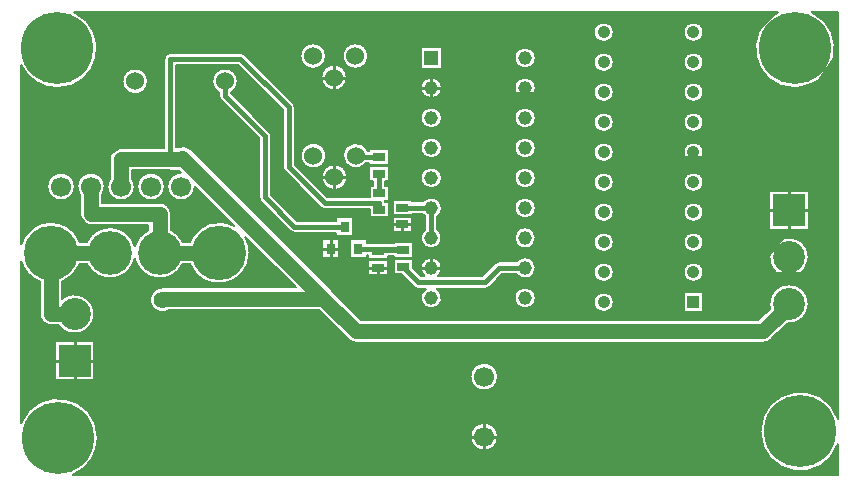
<source format=gbl>
G04 EasyPC Gerber Version 21.0.3 Build 4286 *
G04 #@! TF.Part,Single*
G04 #@! TF.FileFunction,Copper,L2,Bot *
G04 #@! TF.FilePolarity,Positive *
%FSLAX45Y45*%
%MOIN*%
G04 #@! TA.AperFunction,SMDPad*
%ADD14R,0.03937X0.02559*%
%ADD17R,0.03157X0.03827*%
G04 #@! TA.AperFunction,ComponentPad*
%ADD71R,0.04134X0.04134*%
%ADD19R,0.04563X0.04563*%
%ADD15R,0.10630X0.10630*%
G04 #@! TD.AperFunction*
%ADD10C,0.00500*%
%ADD11C,0.01000*%
%ADD25C,0.01500*%
G04 #@! TA.AperFunction,ComponentPad*
%ADD20C,0.04134*%
%ADD70C,0.04563*%
G04 #@! TD.AperFunction*
%ADD24C,0.05000*%
G04 #@! TA.AperFunction,ViaPad*
%ADD23C,0.05600*%
G04 #@! TA.AperFunction,ComponentPad*
%ADD18C,0.06000*%
%ADD13C,0.06693*%
%ADD16C,0.10630*%
%ADD22C,0.14567*%
%ADD21C,0.18110*%
G04 #@! TA.AperFunction,WasherPad*
%ADD12C,0.24016*%
X0Y0D02*
D02*
D10*
X286889Y171525D02*
X278152D01*
G75*
G02X272570Y146241I-5581J-12026*
G01*
G75*
G02X266989Y171525J13258*
G01*
X32289*
G75*
G02X26708Y146241I-5581J-12026*
G01*
G75*
G02X14661Y153964J13258*
G01*
Y94278*
G75*
G02X34142Y95106I9882J-2922*
G01*
X36563*
G75*
G02X52511Y93411I7665J-3750*
G01*
G75*
G02X57043Y99022I8283J-2054*
G01*
Y100586*
X37925*
G75*
G02X34175Y104336J3750*
G01*
Y110789*
G75*
G02X33328Y113446I3750J2658*
G01*
G75*
G02X42521I4596*
G01*
G75*
G02X41675Y110789I-4596*
G01*
Y108086*
X60793*
G75*
G02X64543Y104336J-3750*
G01*
Y99022*
G75*
G02X68459Y95106I-3750J-7665*
G01*
X70880*
G75*
G02X85658Y100265I9599J-3750*
G01*
X72521Y113402*
G75*
G02X63328Y113446I-4596J44*
G01*
G75*
G02X67880Y118043I4596*
G01*
X67148Y118774*
X64399*
G75*
G02X63301Y118932J3907*
G01*
X51675*
Y116104*
G75*
G02X52521Y113446I-3750J-2658*
G01*
G75*
G02X43328I-4596*
G01*
G75*
G02X44175Y116104I4596*
G01*
Y122682*
G75*
G02X47925Y126432I3750*
G01*
X62399*
Y156004*
G75*
G02X64399Y158004I2000*
G01*
X87737*
G75*
G02X89153Y157417J-2000*
G01*
X105249Y141320*
G75*
G02X105837Y139905I-1413J-1416*
G01*
Y120765*
X116646Y109955*
X130820*
Y113733*
X131757*
Y115230*
X130696*
Y120289*
X137133*
Y115230*
X136072*
Y113733*
X137257*
Y108674*
X135905*
G75*
G02X136026Y108182I-1866J-719*
G01*
X137257*
Y103123*
X130820*
Y105955*
X115818*
G75*
G02X114402Y106543J2000*
G01*
X102424Y118520*
G75*
G02X101837Y119936I1413J1416*
G01*
Y139076*
X86909Y154004*
X66399*
Y126589*
X66724*
G75*
G02X71156Y125819I1669J-3533*
G01*
X118144Y78831*
G75*
G02X118809Y77943I-2764J-2764*
G01*
X127855Y68897*
X260413*
X264207Y72691*
G75*
G02X264013Y74278I6370J1586*
G01*
G75*
G02X277143I6565*
G01*
G75*
G02X269874Y67751I-6565*
G01*
X264620Y62497*
G75*
G02X261966Y61397I-2654J2650*
G01*
X126305*
G75*
G02X123649Y62495I-4J3750*
G01*
X113828Y72318*
X64151*
G75*
G02X58364Y77870I-2498J3188*
G01*
G75*
G02X61653Y79818I3289J-1802*
G01*
X106105*
X89387Y96536*
G75*
G02X90783Y91356I-8909J-5179*
G01*
G75*
G02X70880Y87606I-10305*
G01*
X68459*
G75*
G02X52511Y89302I-7665J3750*
G01*
G75*
G02X36563Y87606I-8283J2054*
G01*
X34142*
G75*
G02X28293Y81758I-9598J3750*
G01*
Y76085*
G75*
G02X39014Y71004I4156J-5082*
G01*
G75*
G02X27061Y67254I-6565*
G01*
X24543*
G75*
G02X20793Y71004J3750*
G01*
Y81758*
G75*
G02X14661Y88435I3750J9598*
G01*
Y34719*
G75*
G02X40175Y29663I12256J-5056*
G01*
G75*
G02X31973Y17407I-13258J0*
G01*
X286889*
Y27615*
G75*
G02X261060Y31825I-12572J4210*
G01*
G75*
G02X286889Y36035I13258*
G01*
Y171525*
X264011Y112025D02*
X277141D01*
Y98895*
X264011*
Y112025*
X264013Y89869D02*
G75*
G02X277143I6565D01*
G01*
G75*
G02X264013I-6565*
G01*
X48394Y148516D02*
G75*
G02X56894I4250D01*
G01*
G75*
G02X48394I-4250*
G01*
X107707Y156933D02*
G75*
G02X116207I4250D01*
G01*
G75*
G02X107707I-4250*
G01*
X107832Y123736D02*
G75*
G02X116332I4250D01*
G01*
G75*
G02X107832I-4250*
G01*
X114813Y116574D02*
G75*
G02X123313I4250D01*
G01*
G75*
G02X114813I-4250*
G01*
X114688Y149772D02*
G75*
G02X123188I4250D01*
G01*
G75*
G02X114688I-4250*
G01*
X130696Y125840D02*
X137133D01*
Y120781*
X130696*
Y121310*
X129674*
G75*
G02X121935Y123736I-3490J2426*
G01*
G75*
G02X130132Y125310I4250*
G01*
X130696*
Y125840*
X121810Y156933D02*
G75*
G02X130310I4250D01*
G01*
G75*
G02X121810I-4250*
G01*
X138433Y103367D02*
X144870D01*
Y98308*
X138433*
Y103367*
X153361Y99228D02*
G75*
G02X151361Y92785I-2000J-2911D01*
G01*
G75*
G02X149361Y99228J3531*
G01*
Y103406*
G75*
G02X148511Y104231I2000J2911*
G01*
X144870*
Y103859*
X138433*
Y108919*
X144870*
Y108546*
X148622*
G75*
G02X154893Y106317I2739J-2229*
G01*
G75*
G02X153361Y103406I-3531*
G01*
Y99228*
X182613Y89848D02*
G75*
G02Y82785J-3531D01*
G01*
G75*
G02X179817Y84159J3531*
G01*
X174880*
X170771Y79984*
G75*
G02X169231Y79339I-1538J1513*
G01*
X153187*
G75*
G02X151361Y72785I-1826J-3022*
G01*
G75*
G02X149535Y79339J3531*
G01*
X147019*
G75*
G02X145491Y79974J2157*
G01*
X141258Y84206*
X138807*
Y89265*
X145244*
Y86323*
X147912Y83654*
X149041*
G75*
G02X151361Y89848I2320J2663*
G01*
G75*
G02X153681Y83654J-3531*
G01*
X168330*
X172438Y87830*
G75*
G02X173978Y88474I1538J-1513*
G01*
X179817*
G75*
G02X182613Y89848I2796J-2157*
G01*
X179081Y76317D02*
G75*
G02X186144I3531D01*
G01*
G75*
G02X179081I-3531*
G01*
X147830Y116317D02*
G75*
G02X154893I3531D01*
G01*
G75*
G02X147830I-3531*
G01*
Y126317D02*
G75*
G02X154893I3531D01*
G01*
G75*
G02X147830I-3531*
G01*
Y136317D02*
G75*
G02X154893I3531D01*
G01*
G75*
G02X147830I-3531*
G01*
Y146317D02*
G75*
G02X154893I3531D01*
G01*
G75*
G02X147830I-3531*
G01*
X147830Y159848D02*
X154893D01*
Y152785*
X147830*
Y159848*
X182613Y99848D02*
G75*
G02Y92785J-3531D01*
G01*
G75*
G02Y99848J3531*
G01*
X179081Y106317D02*
G75*
G02X186144I3531D01*
G01*
G75*
G02X179081I-3531*
G01*
Y116317D02*
G75*
G02X186144I3531D01*
G01*
G75*
G02X179081I-3531*
G01*
Y126317D02*
G75*
G02X186144I3531D01*
G01*
G75*
G02X179081I-3531*
G01*
Y136317D02*
G75*
G02X186144I3531D01*
G01*
G75*
G02X179081I-3531*
G01*
Y146317D02*
G75*
G02X186144I3531D01*
G01*
G75*
G02X179081I-3531*
G01*
Y156317D02*
G75*
G02X186144I3531D01*
G01*
G75*
G02X179081I-3531*
G01*
X205511Y74882D02*
G75*
G02X212144I3317D01*
G01*
G75*
G02X205511I-3317*
G01*
Y84882D02*
G75*
G02X212144I3317D01*
G01*
G75*
G02X205511I-3317*
G01*
Y94882D02*
G75*
G02X212144I3317D01*
G01*
G75*
G02X205511I-3317*
G01*
Y104882D02*
G75*
G02X212144I3317D01*
G01*
G75*
G02X205511I-3317*
G01*
Y114882D02*
G75*
G02X212144I3317D01*
G01*
G75*
G02X205511I-3317*
G01*
Y124882D02*
G75*
G02X212144I3317D01*
G01*
G75*
G02X205511I-3317*
G01*
Y134882D02*
G75*
G02X212144I3317D01*
G01*
G75*
G02X205511I-3317*
G01*
Y144882D02*
G75*
G02X212144I3317D01*
G01*
G75*
G02X205511I-3317*
G01*
Y154882D02*
G75*
G02X212144I3317D01*
G01*
G75*
G02X205511I-3317*
G01*
Y164882D02*
G75*
G02X212144I3317D01*
G01*
G75*
G02X205511I-3317*
G01*
X235432Y84882D02*
G75*
G02X242066I3317D01*
G01*
G75*
G02X235432I-3317*
G01*
X235433Y78198D02*
X242067D01*
Y71564*
X235433*
Y78198*
X235432Y94882D02*
G75*
G02X242066I3317D01*
G01*
G75*
G02X235432I-3317*
G01*
Y104882D02*
G75*
G02X242066I3317D01*
G01*
G75*
G02X235432I-3317*
G01*
Y114882D02*
G75*
G02X242066I3317D01*
G01*
G75*
G02X235432I-3317*
G01*
Y124882D02*
G75*
G02X242066I3317D01*
G01*
G75*
G02X235432I-3317*
G01*
Y134882D02*
G75*
G02X242066I3317D01*
G01*
G75*
G02X235432I-3317*
G01*
Y144882D02*
G75*
G02X242066I3317D01*
G01*
G75*
G02X235432I-3317*
G01*
Y154882D02*
G75*
G02X242066I3317D01*
G01*
G75*
G02X235432I-3317*
G01*
Y164882D02*
G75*
G02X242066I3317D01*
G01*
G75*
G02X235432I-3317*
G01*
X23328Y113446D02*
G75*
G02X32521I4596D01*
G01*
G75*
G02X23328I-4596*
G01*
X53328D02*
G75*
G02X62521I4596D01*
G01*
G75*
G02X53328I-4596*
G01*
X119602Y103257D02*
X125259D01*
Y96930*
X119602*
Y98093*
X105709*
G75*
G02X104293Y98680J2000*
G01*
X94561Y108411*
G75*
G02X93974Y109827I1413J1416*
G01*
Y129467*
X81152Y142288*
G75*
G02X80565Y143704I1413J1416*
G01*
Y144766*
G75*
G02X78315Y148516I2000J3750*
G01*
G75*
G02X86815I4250*
G01*
G75*
G02X84565Y144766I-4250*
G01*
Y144532*
X97387Y131711*
G75*
G02X97974Y130295I-1413J-1416*
G01*
Y110656*
X106537Y102093*
X119602*
Y103257*
X138807Y94816D02*
X145244D01*
Y89757*
X138807*
Y90286*
X136759*
Y89383*
X130322*
Y90650*
X129830*
Y89485*
X124173*
Y95812*
X129830*
Y94650*
X138807*
Y94816*
X130322Y88891D02*
X136759D01*
Y83832*
X130322*
Y88891*
X114941Y95812D02*
X120598D01*
Y89485*
X114941*
Y95812*
X164387Y30062D02*
G75*
G02X173580I4596D01*
G01*
G75*
G02X164387I-4596*
G01*
Y50062D02*
G75*
G02X173580I4596D01*
G01*
G75*
G02X164387I-4596*
G01*
X25885Y61978D02*
X39015D01*
Y48848*
X25885*
Y61978*
X261178Y30062D02*
G36*
X173580D01*
G75*
G02X164387I-4596*
G01*
X40169*
G75*
G02X40175Y29663I-13254J-396*
G01*
G75*
G02X32541Y17657I-13258*
G01*
X286639*
Y26931*
G75*
G02X261178Y30062I-12322J4894*
G01*
G37*
X286639Y36719D02*
G36*
Y50062D01*
X173580*
G75*
G02X164387I-4596*
G01*
X39015*
Y48848*
X25885*
Y50062*
X14911*
Y35286*
G75*
G02X40169Y30062I12006J-5624*
G01*
X164387*
G75*
G02X173580I4596*
G01*
X261178*
G75*
G02X261060Y31825I13140J1763*
G01*
Y31825*
Y31826*
G75*
G02X286639Y36719I13258*
G01*
G37*
X276818Y76317D02*
G36*
G75*
G02X277143Y74278I-6241J-2039D01*
G01*
G75*
G02X269874Y67751I-6565*
G01*
X264620Y62497*
G75*
G02X261966Y61397I-2653J2648*
G01*
X126305*
G75*
G02X123649Y62495I-4J3750*
G01*
X113828Y72318*
X64151*
G75*
G02X57603Y75506I-2498J3188*
G01*
G75*
G02X57685Y76317I4050J0*
G01*
X36305*
G75*
G02X39014Y71004I-3856J-5314*
G01*
G75*
G02X27061Y67254I-6565J0*
G01*
X24543*
G75*
G02X20793Y71004J3750*
G01*
Y76317*
X14911*
Y50062*
X25885*
Y61978*
X39015*
Y50062*
X164387*
G75*
G02X173580I4596*
G01*
X286639*
Y76317*
X276818*
G37*
X28594D02*
G36*
X28293D01*
Y76085*
G75*
G02X28594Y76317I4156J-5083*
G01*
G37*
X264337D02*
G36*
X242067D01*
Y71564*
X235433*
Y76317*
X211818*
G75*
G02X212144Y74882I-2991J-1435*
G01*
G75*
G02X205511I-3317*
G01*
G75*
G02X205837Y76317I3317*
G01*
X186144*
G75*
G02X179081I-3531*
G01*
X154893*
G75*
G02X151361Y72785I-3531*
G01*
G75*
G02X147830Y76317J3531*
G01*
X120435*
X127855Y68897*
X260413*
X264207Y72691*
G75*
G02X264013Y74278I6377J1587*
G01*
G75*
G02X264337Y76317I6565J0*
G01*
G37*
X57685D02*
G36*
G75*
G02X58364Y77870I3968J-811D01*
G01*
G75*
G02X61653Y79818I3289J-1802*
G01*
X106105*
X104606Y81317*
X82803*
G75*
G02X78154I-2324J10040*
G01*
X28293*
Y76317*
X28594*
G75*
G02X36305I3856J-5313*
G01*
X57685*
G37*
X20793Y81317D02*
G36*
X14911D01*
Y76317*
X20793*
Y81317*
G37*
X144147D02*
G36*
X115658D01*
X118144Y78831*
G75*
G02X118809Y77943I-2781J-2777*
G01*
X120435Y76317*
X147830*
G75*
G02X149535Y79339I3531*
G01*
X147019*
G75*
G02X145491Y79974I0J2159*
G01*
X144147Y81317*
G37*
X172083D02*
G36*
X170771Y79984D01*
G75*
G02X169231Y79339I-1538J1514*
G01*
X153187*
G75*
G02X154893Y76317I-1826J-3022*
G01*
X179081*
G75*
G02X186144I3531*
G01*
X205837*
G75*
G02X211818I2991J-1435*
G01*
X235433*
Y78198*
X242067*
Y76317*
X264337*
G75*
G02X276818I6240J-2039*
G01*
X286639*
Y81317*
X172083*
G37*
X72461Y84882D02*
G36*
X66353D01*
G75*
G02X55234I-5559J6474*
G01*
X49788*
G75*
G02X38669I-5559J6474*
G01*
X32561*
G75*
G02X28293Y81758I-8019J6475*
G01*
Y81317*
X78154*
G75*
G02X72461Y84882I2324J10039*
G01*
G37*
X16526D02*
G36*
X14911D01*
Y81317*
X20793*
Y81758*
G75*
G02X16526Y84882I3751J9599*
G01*
G37*
X104606Y81317D02*
G36*
X101041Y84882D01*
X88496*
G75*
G02X82803Y81317I-8017J6474*
G01*
X104606*
G37*
X144147D02*
G36*
X141258Y84206D01*
X138807*
Y84882*
X136759*
Y83832*
X130322*
Y84882*
X112093*
X115658Y81317*
X144147*
G37*
X148134Y84882D02*
G36*
X146684D01*
X147912Y83654*
X149041*
G75*
G02X148134Y84882I2320J2663*
G01*
G37*
X169538D02*
G36*
X154588D01*
G75*
G02X153681Y83654I-3227J1435*
G01*
X168330*
X169538Y84882*
G37*
X274848D02*
G36*
G75*
G02X266307I-4270J4986D01*
G01*
X242066*
G75*
G02X235432I-3317*
G01*
X212144*
G75*
G02X205511I-3317*
G01*
X185840*
G75*
G02X182613Y82785I-3227J1435*
G01*
G75*
G02X179817Y84159I1J3533*
G01*
X174880*
X172083Y81317*
X286639*
Y84882*
X274848*
G37*
X264013Y89869D02*
G36*
X145244D01*
Y89757*
X138807*
Y89869*
X136759*
Y89383*
X130322*
Y89869*
X129830*
Y89485*
X124173*
Y89869*
X120598*
Y89485*
X114941*
Y89869*
X107107*
X112093Y84882*
X130322*
Y88891*
X136759*
Y84882*
X138807*
Y89265*
X145244*
Y86323*
X146684Y84882*
X148134*
G75*
G02X147830Y86317I3228J1434*
G01*
G75*
G02X151361Y89848I3531*
G01*
G75*
G02X154893Y86317J-3531*
G01*
G75*
G02X154588Y84882I-3532J0*
G01*
X169538*
X172438Y87830*
G75*
G02X173978Y88474I1538J-1514*
G01*
X179817*
G75*
G02X182613Y89848I2796J-2159*
G01*
G75*
G02X186144Y86317J-3531*
G01*
G75*
G02X185840Y84882I-3531J0*
G01*
X205511*
G75*
G02X212144I3317*
G01*
X235432*
G75*
G02X242066I3317*
G01*
X266307*
G75*
G02X264013Y89869I4270J4986*
G01*
G37*
X16526Y84882D02*
G36*
G75*
G02X14911Y87694I8018J6475D01*
G01*
Y84882*
X16526*
G37*
X38669D02*
G36*
G75*
G02X36563Y87606I5560J6474D01*
G01*
X34142*
G75*
G02X32561Y84882I-9600J3751*
G01*
X38669*
G37*
X55234D02*
G36*
G75*
G02X52511Y89302I5559J6474D01*
G01*
G75*
G02X49788Y84882I-8283J2054*
G01*
X55234*
G37*
X72461D02*
G36*
G75*
G02X70880Y87606I8018J6474D01*
G01*
X68459*
G75*
G02X66353Y84882I-7665J3750*
G01*
X72461*
G37*
X101041D02*
G36*
X96055Y89869D01*
X90676*
G75*
G02X88496Y84882I-10197J1489*
G01*
X101041*
G37*
X277143Y89869D02*
G36*
G75*
G02X274848Y84882I-6565D01*
G01*
X286639*
Y89869*
X277143*
G37*
X264013D02*
G36*
G75*
G02X269346Y96317I6565D01*
G01*
X241739*
G75*
G02X242066Y94882I-2991J-1435*
G01*
G75*
G02X235432I-3317*
G01*
G75*
G02X235758Y96317I3317*
G01*
X211818*
G75*
G02X212144Y94882I-2991J-1435*
G01*
G75*
G02X205511I-3317*
G01*
G75*
G02X205837Y96317I3317*
G01*
X186144*
G75*
G02X182613Y92785I-3531*
G01*
G75*
G02X179081Y96317J3531*
G01*
X154893*
G75*
G02X151361Y92785I-3531*
G01*
G75*
G02X147830Y96317J3531*
G01*
X100658*
X107107Y89869*
X114941*
Y95812*
X120598*
Y89869*
X124173*
Y95812*
X129830*
Y94650*
X138807*
Y94816*
X145244*
Y89869*
X264013*
G37*
X15511Y96317D02*
G36*
X14911D01*
Y95019*
G75*
G02X15511Y96317I9633J-3662*
G01*
G37*
X37285D02*
G36*
X33576D01*
G75*
G02X34142Y95106I-9033J-4962*
G01*
X36563*
G75*
G02X37285Y96317I7666J-3749*
G01*
G37*
X53850D02*
G36*
X51172D01*
G75*
G02X52511Y93411I-6944J-4961*
G01*
G75*
G02X53850Y96317I8282J-2054*
G01*
G37*
X71446D02*
G36*
X67737D01*
G75*
G02X68459Y95106I-6941J-4958*
G01*
X70880*
G75*
G02X71446Y96317I9599J-3751*
G01*
G37*
X96055Y89869D02*
G36*
X89606Y96317D01*
X89511*
G75*
G02X90783Y91357I-9033J-4961*
G01*
Y91356*
G75*
G02X90676Y89869I-10305J-1*
G01*
X96055*
G37*
X130322D02*
G36*
Y90650D01*
X129830*
Y89869*
X130322*
G37*
X138807D02*
G36*
Y90286D01*
X136759*
Y89869*
X138807*
G37*
X277143D02*
G36*
X286639D01*
Y96317*
X271809*
G75*
G02X277143Y89869I-1231J-6448*
G01*
G37*
X15511Y96317D02*
G36*
G75*
G02X20507Y100838I9033J-4961D01*
G01*
X14911*
Y96317*
X15511*
G37*
X53850D02*
G36*
G75*
G02X57043Y99022I6943J-4960D01*
G01*
Y100586*
X37925*
G75*
G02X36574Y100838I0J3750*
G01*
X28580*
G75*
G02X33576Y96317I-4037J-9481*
G01*
X37285*
G75*
G02X51172I6944J-4961*
G01*
X53850*
G37*
X89606D02*
G36*
X89387Y96536D01*
G75*
G02X89511Y96317I-8915J-5180*
G01*
X89606*
G37*
X71446D02*
G36*
G75*
G02X76442Y100838I9033J-4961D01*
G01*
X64543*
Y99022*
G75*
G02X67737Y96317I-3747J-7662*
G01*
X71446*
G37*
X85085Y100838D02*
G36*
X84515D01*
G75*
G02X85658Y100265I-4037J-9484*
G01*
X85085Y100838*
G37*
X147830Y96317D02*
G36*
G75*
G02X149361Y99228I3531D01*
G01*
Y100838*
X144870*
Y98308*
X138433*
Y100838*
X125259*
Y96930*
X119602*
Y98093*
X105709*
G75*
G02X104293Y98680J2000*
G01*
X102135Y100838*
X96137*
X100658Y96317*
X147830*
G37*
X277141Y100838D02*
G36*
Y98895D01*
X264011*
Y100838*
X153361*
Y99228*
G75*
G02X154893Y96317I-2000J-2911*
G01*
X179081*
G75*
G02X182613Y99848I3531*
G01*
G75*
G02X186144Y96317J-3531*
G01*
X205837*
G75*
G02X211818I2991J-1435*
G01*
X235758*
G75*
G02X241739I2991J-1435*
G01*
X269346*
G75*
G02X271809I1231J-6449*
G01*
X286639*
Y100838*
X277141*
G37*
X36574D02*
G36*
G75*
G02X34175Y104336I1352J3498D01*
G01*
Y105460*
X14911*
Y100838*
X20507*
G75*
G02X28580I4037J-9482*
G01*
X36574*
G37*
X102135D02*
G36*
X97513Y105460D01*
X91515*
X96137Y100838*
X102135*
G37*
X85085D02*
G36*
X80463Y105460D01*
X64371*
G75*
G02X64543Y104336I-3578J-1124*
G01*
Y100838*
X76442*
G75*
G02X84515I4037J-9482*
G01*
X85085*
G37*
X138433Y105460D02*
G36*
X137257D01*
Y103123*
X130820*
Y105460*
X103170*
X106537Y102093*
X119602*
Y103257*
X125259*
Y100838*
X138433*
Y103367*
X144870*
Y100838*
X149361*
Y103406*
G75*
G02X148511Y104231I2000J2911*
G01*
X144870*
Y103859*
X138433*
Y105460*
G37*
X264011D02*
G36*
X242015D01*
G75*
G02X242066Y104882I-3267J-578*
G01*
G75*
G02X235432I-3317*
G01*
G75*
G02X235483Y105460I3317J-1*
G01*
X212094*
G75*
G02X212144Y104882I-3267J-578*
G01*
G75*
G02X205511I-3317*
G01*
G75*
G02X205561Y105460I3317J-1*
G01*
X186039*
G75*
G02X179187I-3426J857*
G01*
X154787*
G75*
G02X153361Y103406I-3426J857*
G01*
Y100838*
X264011*
Y105460*
G37*
X277141D02*
G36*
Y100838D01*
X286639*
Y105460*
X277141*
G37*
X34175D02*
G36*
Y110789D01*
G75*
G02X33328Y113446I3753J2659*
G01*
G75*
G02X34557Y116574I4596*
G01*
X31293*
G75*
G02X32521Y113446I-3368J-3128*
G01*
G75*
G02X23328I-4596*
G01*
G75*
G02X24557Y116574I4596*
G01*
X14911*
Y105460*
X34175*
G37*
X80463D02*
G36*
X72521Y113402D01*
G75*
G02X63328Y113446I-4596J45*
G01*
G75*
G02X64557Y116574I4597J0*
G01*
X61293*
G75*
G02X62521Y113446I-3368J-3128*
G01*
G75*
G02X53328I-4596*
G01*
G75*
G02X54557Y116574I4596*
G01*
X51675*
Y116104*
G75*
G02X52521Y113446I-3753J-2659*
G01*
G75*
G02X43328I-4596*
G01*
G75*
G02X44175Y116104I4599J-1*
G01*
Y116574*
X41293*
G75*
G02X42521Y113446I-3368J-3128*
G01*
G75*
G02X41675Y110789I-4599J1*
G01*
Y108086*
X60793*
G75*
G02X64371Y105460I0J-3750*
G01*
X80463*
G37*
X91515D02*
G36*
X97513D01*
X94561Y108411*
G75*
G02X93974Y109827I1413J1416*
G01*
Y116574*
X80400*
X91515Y105460*
G37*
X130820D02*
G36*
Y105955D01*
X115818*
G75*
G02X114402Y106543J2000*
G01*
X104370Y116574*
X97974*
Y110656*
X103170Y105460*
X130820*
G37*
X130696Y116574D02*
G36*
X123313D01*
G75*
G02X114813I-4250*
G01*
X110027*
X116646Y109955*
X130820*
Y113733*
X131757*
Y115230*
X130696*
Y116574*
G37*
X154787Y105460D02*
G36*
X179187D01*
G75*
G02X179081Y106317I3426J857*
G01*
G75*
G02X186144I3531*
G01*
G75*
G02X186039Y105460I-3531J0*
G01*
X205561*
G75*
G02X212094I3266J-578*
G01*
X235483*
G75*
G02X242015I3266J-578*
G01*
X264011*
Y112025*
X277141*
Y105460*
X286639*
Y116574*
X241602*
G75*
G02X242066Y114882I-2853J-1692*
G01*
G75*
G02X235432I-3317*
G01*
G75*
G02X235896Y116574I3317*
G01*
X211680*
G75*
G02X212144Y114882I-2853J-1692*
G01*
G75*
G02X205511I-3317*
G01*
G75*
G02X205975Y116574I3317*
G01*
X186135*
G75*
G02X186144Y116317I-3522J-258*
G01*
G75*
G02X179081I-3531*
G01*
G75*
G02X179091Y116574I3531J-1*
G01*
X154883*
G75*
G02X154893Y116317I-3522J-258*
G01*
G75*
G02X147830I-3531*
G01*
G75*
G02X147839Y116574I3531J-1*
G01*
X137133*
Y115230*
X136072*
Y113733*
X137257*
Y108674*
X135905*
G75*
G02X136026Y108182I-1875J-721*
G01*
X137257*
Y105460*
X138433*
Y108919*
X144870*
Y108546*
X148622*
G75*
G02X154893Y106317I2739J-2229*
G01*
Y106317*
G75*
G02X154787Y105460I-3532J0*
G01*
G37*
X44326Y123736D02*
G36*
X14911D01*
Y116574*
X24557*
G75*
G02X31293I3368J-3128*
G01*
X34557*
G75*
G02X41293I3368J-3128*
G01*
X44175*
Y122682*
G75*
G02X44326Y123736I3750*
G01*
G37*
X64557Y116574D02*
G36*
G75*
G02X67880Y118043I3368J-3128D01*
G01*
X67148Y118774*
X64399*
G75*
G02X63301Y118932I2J3924*
G01*
X51675*
Y116574*
X54557*
G75*
G02X61293I3368J-3128*
G01*
X64557*
G37*
X80400D02*
G36*
X93974D01*
Y123736*
X73239*
X80400Y116574*
G37*
X104370D02*
G36*
X102424Y118520D01*
G75*
G02X101837Y119936I1413J1416*
G01*
Y123736*
X97974*
Y116574*
X104370*
G37*
X241861Y123736D02*
G36*
G75*
G02X235636I-3113J1146D01*
G01*
X211940*
G75*
G02X205715I-3113J1146*
G01*
X185023*
G75*
G02X180203I-2410J2581*
G01*
X153771*
G75*
G02X148951I-2410J2581*
G01*
X137133*
Y120781*
X130696*
Y121310*
X129674*
G75*
G02X121935Y123736I-3490J2426*
G01*
X116332*
G75*
G02X107832I-4250*
G01*
X105837*
Y120765*
X110027Y116574*
X114813*
G75*
G02X123313I4250*
G01*
X130696*
Y120289*
X137133*
Y116574*
X147839*
G75*
G02X154883I3522J-257*
G01*
X179091*
G75*
G02X186135I3522J-257*
G01*
X205975*
G75*
G02X211680I2853J-1692*
G01*
X235896*
G75*
G02X241602I2853J-1692*
G01*
X286639*
Y123736*
X241861*
G37*
X44326D02*
G36*
G75*
G02X47925Y126432I3599J-1054D01*
G01*
X62399*
Y136317*
X14911*
Y123736*
X44326*
G37*
X73239D02*
G36*
X93974D01*
Y129467*
X87124Y136317*
X66399*
Y126589*
X66724*
G75*
G02X71156Y125819I1669J-3534*
G01*
X73239Y123736*
G37*
X101837Y136317D02*
G36*
X92780D01*
X97387Y131711*
G75*
G02X97974Y130295I-1413J-1416*
G01*
Y123736*
X101837*
Y136317*
G37*
X137133Y123736D02*
G36*
X148951D01*
G75*
G02X147830Y126317I2410J2581*
G01*
G75*
G02X154893I3531*
G01*
G75*
G02X153771Y123736I-3531*
G01*
X180203*
G75*
G02X179081Y126317I2410J2581*
G01*
G75*
G02X186144I3531*
G01*
G75*
G02X185023Y123736I-3531*
G01*
X205715*
G75*
G02X205511Y124882I3113J1146*
G01*
G75*
G02X212144I3317*
G01*
G75*
G02X211940Y123736I-3317J0*
G01*
X235636*
G75*
G02X235432Y124882I3113J1146*
G01*
G75*
G02X242066I3317*
G01*
G75*
G02X241861Y123736I-3317J0*
G01*
X286639*
Y136317*
X241739*
G75*
G02X242066Y134882I-2991J-1435*
G01*
G75*
G02X235432I-3317*
G01*
G75*
G02X235758Y136317I3317*
G01*
X211818*
G75*
G02X212144Y134882I-2991J-1435*
G01*
G75*
G02X205511I-3317*
G01*
G75*
G02X205837Y136317I3317*
G01*
X186144*
G75*
G02X179081I-3531*
G01*
X154893*
G75*
G02X147830I-3531*
G01*
X105837*
Y123736*
X107832*
G75*
G02X116332I4250*
G01*
X121935*
G75*
G02X130132Y125310I4250*
G01*
X130696*
Y125840*
X137133*
Y123736*
G37*
X62399Y144882D02*
G36*
X54848D01*
G75*
G02X50440I-2204J3634*
G01*
X14911*
Y136317*
X62399*
Y144882*
G37*
X87124Y136317D02*
G36*
X81152Y142288D01*
G75*
G02X80565Y143704I1413J1416*
G01*
Y144766*
G75*
G02X80361Y144882I1999J3748*
G01*
X66399*
Y136317*
X87124*
G37*
X101837D02*
G36*
Y139076D01*
X96031Y144882*
X84769*
G75*
G02X84565Y144766I-2203J3631*
G01*
Y144532*
X92780Y136317*
X101837*
G37*
X185840Y144882D02*
G36*
G75*
G02X179386I-3227J1435D01*
G01*
X154588*
G75*
G02X148134I-3227J1435*
G01*
X101687*
X105249Y141320*
G75*
G02X105837Y139905I-1413J-1416*
G01*
Y136317*
X147830*
G75*
G02X154893I3531*
G01*
X179081*
G75*
G02X186144I3531*
G01*
X205837*
G75*
G02X211818I2991J-1435*
G01*
X235758*
G75*
G02X241739I2991J-1435*
G01*
X286639*
Y144882*
X242066*
G75*
G02X235432I-3317*
G01*
X212144*
G75*
G02X205511I-3317*
G01*
X185840*
G37*
X48394Y148516D02*
G36*
X34135D01*
G75*
G02X26708Y146241I-7426J10983*
G01*
G75*
G02X19282Y148516J13257*
G01*
X14911*
Y144882*
X50440*
G75*
G02X48394Y148516I2204J3634*
G01*
G37*
X62399D02*
G36*
X56894D01*
G75*
G02X54848Y144882I-4250*
G01*
X62399*
Y148516*
G37*
X78315D02*
G36*
X66399D01*
Y144882*
X80361*
G75*
G02X78315Y148516I2203J3633*
G01*
Y148516*
G37*
X96031Y144882D02*
G36*
X92397Y148516D01*
X86815*
Y148516*
G75*
G02X84769Y144882I-4249*
G01*
X96031*
G37*
X148134D02*
G36*
G75*
G02X147830Y146317I3227J1435D01*
G01*
G75*
G02X148598Y148516I3531J0*
G01*
X122998*
G75*
G02X114878I-4060J1256*
G01*
X98054*
X101687Y144882*
X148134*
G37*
X179386D02*
G36*
G75*
G02X179081Y146317I3227J1435D01*
G01*
G75*
G02X179850Y148516I3531J0*
G01*
X154124*
G75*
G02X154893Y146317I-2763J-2200*
G01*
G75*
G02X154588Y144882I-3531J0*
G01*
X179386*
G37*
X279997Y148516D02*
G36*
G75*
G02X272570Y146241I-7426J10983D01*
G01*
G75*
G02X265144Y148516I0J13258*
G01*
X185376*
G75*
G02X186144Y146317I-2763J-2200*
G01*
G75*
G02X185840Y144882I-3531J0*
G01*
X205511*
G75*
G02X212144I3317*
G01*
X235432*
G75*
G02X242066I3317*
G01*
X286639*
Y148516*
X279997*
G37*
X19282D02*
G36*
G75*
G02X14911Y153449I7427J10983D01*
G01*
Y148516*
X19282*
G37*
X62628Y156933D02*
G36*
X39715D01*
G75*
G02X34135Y148516I-13007J2565*
G01*
X48394*
G75*
G02X56894I4250*
G01*
X62399*
Y156004*
G75*
G02X62628Y156933I2000J0*
G01*
G37*
X92397Y148516D02*
G36*
X86909Y154004D01*
X66399*
Y148516*
X78315*
G75*
G02X86815I4250*
G01*
X92397*
G37*
X259563Y156933D02*
G36*
X241356D01*
G75*
G02X242066Y154882I-2607J-2051*
G01*
G75*
G02X235432I-3317*
G01*
G75*
G02X236142Y156933I3317*
G01*
X211434*
G75*
G02X212144Y154882I-2607J-2051*
G01*
G75*
G02X205511I-3317*
G01*
G75*
G02X206221Y156933I3317*
G01*
X186090*
G75*
G02X186144Y156317I-3477J-617*
G01*
G75*
G02X179081I-3531*
G01*
G75*
G02X179136Y156933I3531J0*
G01*
X154893*
Y152785*
X147830*
Y156933*
X130310*
G75*
G02X121810I-4250*
G01*
X116207*
G75*
G02X107707I-4250*
G01*
X89636*
X98054Y148516*
X114878*
G75*
G02X114688Y149772I4061J1256*
G01*
G75*
G02X123188I4250*
G01*
G75*
G02X122998Y148516I-4250*
G01*
X148598*
G75*
G02X154124I2763J-2199*
G01*
X179850*
G75*
G02X185376I2763J-2199*
G01*
X265144*
G75*
G02X259563Y156933I7427J10983*
G01*
G37*
X285578D02*
G36*
G75*
G02X279997Y148516I-13007J2565D01*
G01*
X286639*
Y156933*
X285578*
G37*
X259563D02*
G36*
G75*
G02X259312Y159499I13008J2567D01*
G01*
G75*
G02X260455Y164882I13258J-1*
G01*
X242066*
G75*
G02X235432I-3317*
G01*
X212144*
G75*
G02X205511I-3317*
G01*
X38824*
G75*
G02X39966Y159499I-12117J-5383*
G01*
G75*
G02X39715Y156933I-13258J1*
G01*
X62628*
G75*
G02X64399Y158004I1771J-929*
G01*
X87737*
G75*
G02X89153Y157417J-2000*
G01*
X89636Y156933*
X107707*
G75*
G02X116207I4250*
G01*
X121810*
G75*
G02X130310I4250*
G01*
X147830*
Y159848*
X154893*
Y156933*
X179136*
G75*
G02X186090I3477J-617*
G01*
X206221*
G75*
G02X211434I2607J-2051*
G01*
X236142*
G75*
G02X241356I2607J-2051*
G01*
X259563*
G37*
X285578D02*
G36*
X286639D01*
Y164882*
X284686*
G75*
G02X285828Y159499I-12117J-5383*
G01*
G75*
G02X285578Y156933I-13258J1*
G01*
G37*
X260455Y164882D02*
G36*
G75*
G02X266480Y171275I12115J-5383D01*
G01*
X32799*
G75*
G02X38824Y164882I-6091J-11776*
G01*
X205511*
G75*
G02X212144I3317*
G01*
X235432*
G75*
G02X242066I3317*
G01*
X260455*
G37*
X284686D02*
G36*
X286639D01*
Y171275*
X278661*
G75*
G02X284686Y164882I-6091J-11776*
G01*
G37*
D02*
D11*
X27634Y55413D02*
X25633D01*
X32449Y50598D02*
Y48600D01*
Y60228D02*
Y62230D01*
X37264Y55413D02*
X39263D01*
X116438Y149772D02*
X114438D01*
X116563Y116574D02*
X114563D01*
X116689Y92650D02*
X114689D01*
X117768Y91237D02*
Y89237D01*
Y94063D02*
Y96064D01*
X118846Y92650D02*
X120846D01*
X118938Y147272D02*
Y145272D01*
Y152272D02*
Y154272D01*
X119063Y114074D02*
Y112074D01*
Y119074D02*
Y121074D01*
X121438Y149772D02*
X123438D01*
X121563Y116574D02*
X123563D01*
X132071Y86360D02*
X130070D01*
X133540Y85581D02*
Y83580D01*
X135008Y86360D02*
X137007D01*
X140183Y100837D02*
X138185D01*
X141652Y100058D02*
Y98056D01*
X143120Y100837D02*
X145122D01*
X149580Y86317D02*
X147580D01*
X149580Y146317D02*
X147580D01*
X151361Y88098D02*
Y90098D01*
Y144535D02*
Y142535D01*
Y148098D02*
Y150098D01*
X153143Y86317D02*
X155143D01*
X153143Y146317D02*
X155143D01*
X166137Y30062D02*
X164137D01*
X168984Y27216D02*
Y25216D01*
Y32909D02*
Y34909D01*
X171830Y30062D02*
X173830D01*
X265763Y105459D02*
X263763D01*
X270578Y100644D02*
Y98643D01*
Y110274D02*
Y112273D01*
X275393Y105459D02*
X277393D01*
D02*
D12*
X26708Y159499D03*
X26917Y29663D03*
X272570Y159499D03*
X274318Y31825D03*
D02*
D13*
X27925Y113446D03*
X37925D03*
X47925D03*
X57925D03*
X67925D03*
X168984Y30062D03*
Y50062D03*
D02*
D14*
X133540Y86360D03*
Y91911D03*
X133914Y117759D03*
Y123310D03*
X134039Y105653D03*
Y111204D03*
X141652Y100837D03*
Y106389D03*
X142026Y86735D03*
Y92286D03*
D02*
D15*
X32449Y55413D03*
X270578Y105459D03*
D02*
D16*
X32449Y71004D03*
X270578Y74278D03*
Y89869D03*
D02*
D17*
X117768Y92650D03*
X122432Y100093D03*
X127003Y92650D03*
D02*
D18*
X52644Y148516D03*
X82565D03*
X111957Y156933D03*
X112082Y123736D03*
X118938Y149772D03*
X119063Y116574D03*
X126060Y156933D03*
X126185Y123736D03*
D02*
D19*
X151361Y156317D03*
D02*
D70*
Y76317D03*
Y86317D03*
Y96317D03*
Y106317D03*
Y116317D03*
Y126317D03*
Y136317D03*
Y146317D03*
X182613Y76317D03*
Y86317D03*
Y96317D03*
Y106317D03*
Y116317D03*
Y126317D03*
Y136317D03*
Y146317D03*
Y156317D03*
D02*
D71*
X238749Y74882D03*
D02*
D20*
X208828D03*
Y84882D03*
Y94882D03*
Y104882D03*
Y114882D03*
Y124882D03*
Y134882D03*
Y144882D03*
Y154882D03*
Y164882D03*
X238749Y84882D03*
Y94882D03*
Y104882D03*
Y114882D03*
Y124882D03*
Y134882D03*
Y144882D03*
Y154882D03*
Y164882D03*
D02*
D21*
X24543Y91356D03*
X80478D03*
D02*
D22*
X44228D03*
X60793D03*
D02*
D23*
X61653Y75506D03*
D02*
D24*
X24543Y91356D02*
X44228D01*
X32449Y71004D02*
X24543D01*
Y91356*
X60793D02*
Y104336D01*
X37925*
Y113446*
X61653Y75506D02*
Y76068D01*
X115381*
X64399Y122682D02*
X47925D01*
Y113446*
X80478Y91356D02*
X60793D01*
X115381Y76068D02*
X68393Y123056D01*
Y122682*
X64399*
X270578Y74278D02*
Y73759D01*
X261966Y65148*
X126301*
X115381Y76068*
D02*
D25*
X122432Y100093D02*
X105709D01*
X95974Y109827*
Y130295*
X82565Y143704*
Y148516*
X126185Y123736D02*
Y123310D01*
X133914*
X133540Y91911D02*
Y92286D01*
X142026*
X133914Y117759D02*
Y111204D01*
X134039*
Y105653D02*
Y107955D01*
X115818*
X103837Y119936*
Y139905*
X87737Y156004*
X64399*
Y122682*
X141652Y106389D02*
Y106317D01*
X151361*
X142026Y92286D02*
Y92650D01*
X127003*
X151361Y96317D02*
Y106317D01*
X182613Y86317D02*
X173976D01*
Y86239*
X169233Y81497*
X147019*
X142026Y86489*
Y86735*
X0Y0D02*
M02*

</source>
